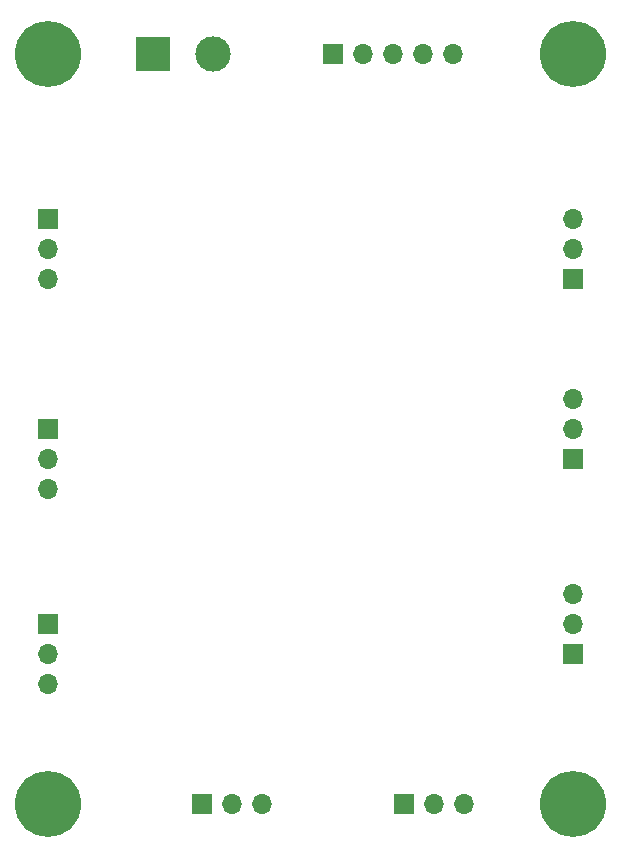
<source format=gbr>
%TF.GenerationSoftware,KiCad,Pcbnew,7.0.5*%
%TF.CreationDate,2023-09-16T15:28:57-07:00*%
%TF.ProjectId,PCF8574DIOI2C,50434638-3537-4344-9449-4f4932432e6b,rev?*%
%TF.SameCoordinates,Original*%
%TF.FileFunction,Soldermask,Bot*%
%TF.FilePolarity,Negative*%
%FSLAX46Y46*%
G04 Gerber Fmt 4.6, Leading zero omitted, Abs format (unit mm)*
G04 Created by KiCad (PCBNEW 7.0.5) date 2023-09-16 15:28:57*
%MOMM*%
%LPD*%
G01*
G04 APERTURE LIST*
%ADD10R,1.700000X1.700000*%
%ADD11O,1.700000X1.700000*%
%ADD12C,5.600000*%
%ADD13R,3.000000X3.000000*%
%ADD14C,3.000000*%
G04 APERTURE END LIST*
D10*
%TO.C,J7*%
X114300000Y-99075000D03*
D11*
X114300000Y-101615000D03*
X114300000Y-104155000D03*
%TD*%
D10*
%TO.C,J5*%
X127365000Y-114300000D03*
D11*
X129905000Y-114300000D03*
X132445000Y-114300000D03*
%TD*%
D12*
%TO.C,J2*%
X158750000Y-50800000D03*
%TD*%
D10*
%TO.C,J8*%
X114300000Y-82565000D03*
D11*
X114300000Y-85105000D03*
X114300000Y-87645000D03*
%TD*%
D13*
%TO.C,J15*%
X123190000Y-50800000D03*
D14*
X128270000Y-50800000D03*
%TD*%
D10*
%TO.C,J14*%
X158750000Y-69850000D03*
D11*
X158750000Y-67310000D03*
X158750000Y-64770000D03*
%TD*%
D10*
%TO.C,J13*%
X158750000Y-85090000D03*
D11*
X158750000Y-82550000D03*
X158750000Y-80010000D03*
%TD*%
D10*
%TO.C,J12*%
X144475000Y-114300000D03*
D11*
X147015000Y-114300000D03*
X149555000Y-114300000D03*
%TD*%
D10*
%TO.C,J11*%
X114300000Y-64785000D03*
D11*
X114300000Y-67325000D03*
X114300000Y-69865000D03*
%TD*%
D12*
%TO.C,J3*%
X114300000Y-114300000D03*
%TD*%
%TO.C,J1*%
X114300000Y-50800000D03*
%TD*%
D10*
%TO.C,J9*%
X138435000Y-50800000D03*
D11*
X140975000Y-50800000D03*
X143515000Y-50800000D03*
X146055000Y-50800000D03*
X148595000Y-50800000D03*
%TD*%
D12*
%TO.C,J4*%
X158750000Y-114300000D03*
%TD*%
D10*
%TO.C,J6*%
X158750000Y-101600000D03*
D11*
X158750000Y-99060000D03*
X158750000Y-96520000D03*
%TD*%
M02*

</source>
